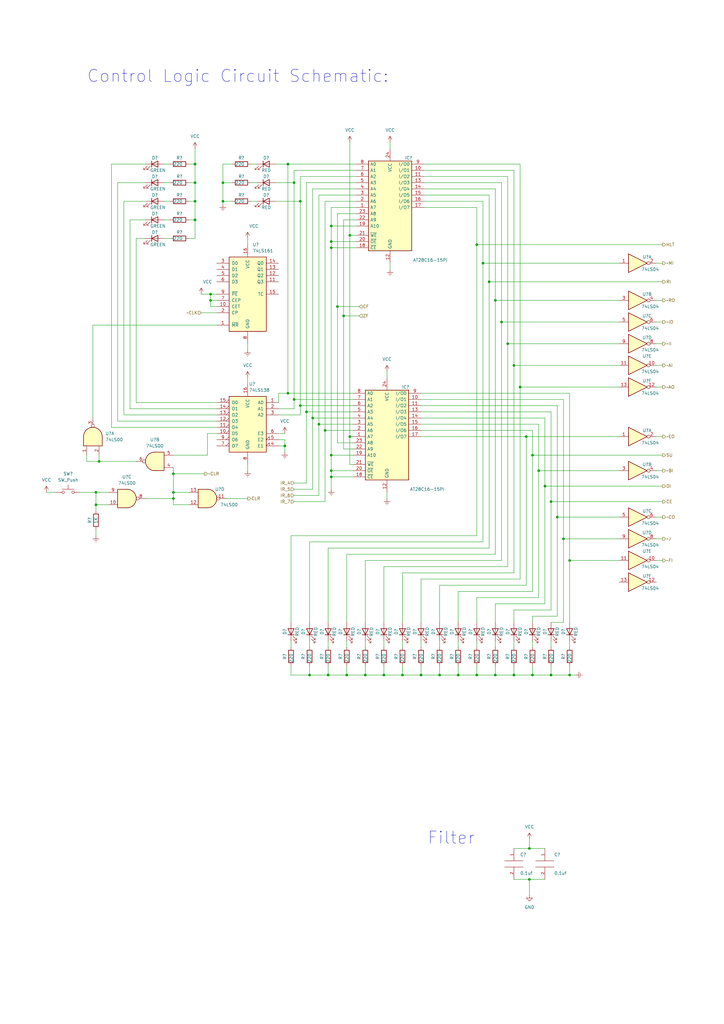
<source format=kicad_sch>
(kicad_sch (version 20211123) (generator eeschema)
  (paper "A3" portrait)
  (junction (at 71.12 194.31))
  (junction (at 133.35 176.53))
  (junction (at 231.14 220.98))
  (junction (at 218.44 186.69))
  (junction (at 165.1 276.86))
  (junction (at 135.89 186.69))
  (junction (at 203.2 276.86))
  (junction (at 118.11 161.29))
  (junction (at 135.89 193.04))
  (junction (at 220.98 193.04))
  (junction (at 149.86 276.86))
  (junction (at 217.17 347.98))
  (junction (at 198.12 107.95))
  (junction (at 135.89 99.06))
  (junction (at 123.19 82.55))
  (junction (at 128.27 171.45))
  (junction (at 86.36 123.19))
  (junction (at 226.06 276.86))
  (junction (at 223.52 199.39))
  (junction (at 120.65 74.93))
  (junction (at 210.82 276.86))
  (junction (at 210.82 149.86))
  (junction (at 195.58 276.86))
  (junction (at 120.65 163.83))
  (junction (at 195.58 100.33))
  (junction (at 135.89 92.71))
  (junction (at 116.84 182.88))
  (junction (at 127 276.86))
  (junction (at 134.62 276.86))
  (junction (at 135.89 101.6))
  (junction (at 228.6 212.09))
  (junction (at 180.34 276.86))
  (junction (at 39.37 201.93))
  (junction (at 123.19 166.37))
  (junction (at 80.01 90.17))
  (junction (at 200.66 115.57))
  (junction (at 217.17 360.68))
  (junction (at 80.01 82.55))
  (junction (at 40.64 189.23))
  (junction (at 39.37 207.01))
  (junction (at 125.73 168.91))
  (junction (at 143.51 96.52))
  (junction (at 135.89 195.58))
  (junction (at 203.2 123.19))
  (junction (at 80.01 74.93))
  (junction (at 215.9 179.07))
  (junction (at 118.11 67.31))
  (junction (at 218.44 276.86))
  (junction (at 80.01 67.31))
  (junction (at 91.44 74.93))
  (junction (at 140.97 129.54))
  (junction (at 91.44 82.55))
  (junction (at 142.24 276.86))
  (junction (at 205.74 132.08))
  (junction (at 71.12 204.47))
  (junction (at 143.51 179.07))
  (junction (at 213.36 158.75))
  (junction (at 157.48 276.86))
  (junction (at 226.06 205.74))
  (junction (at 130.81 173.99))
  (junction (at 208.28 140.97))
  (junction (at 233.68 276.86))
  (junction (at 172.72 276.86))
  (junction (at 233.68 229.87))
  (junction (at 86.36 120.65))
  (junction (at 187.96 276.86))
  (junction (at 71.12 201.93))
  (junction (at 138.43 125.73))
  (wire (pts (xy 91.44 67.31) (xy 91.44 74.93)))
  (wire (pts (xy 149.86 265.43) (xy 149.86 262.89)))
  (wire (pts (xy 160.02 110.49) (xy 160.02 107.95)))
  (wire (pts (xy 71.12 201.93) (xy 77.47 201.93)))
  (wire (pts (xy 203.2 227.33) (xy 142.24 227.33)))
  (wire (pts (xy 226.06 276.86) (xy 233.68 276.86)))
  (wire (pts (xy 133.35 176.53) (xy 144.78 176.53)))
  (wire (pts (xy 80.01 60.96) (xy 80.01 67.31)))
  (wire (pts (xy 208.28 140.97) (xy 208.28 232.41)))
  (wire (pts (xy 80.01 82.55) (xy 80.01 74.93)))
  (wire (pts (xy 140.97 184.15) (xy 140.97 129.54)))
  (wire (pts (xy 118.11 67.31) (xy 146.05 67.31)))
  (wire (pts (xy 180.34 265.43) (xy 180.34 262.89)))
  (wire (pts (xy 271.78 132.08) (xy 269.24 132.08)))
  (wire (pts (xy 140.97 90.17) (xy 146.05 90.17)))
  (wire (pts (xy 120.65 198.12) (xy 125.73 198.12)))
  (wire (pts (xy 157.48 265.43) (xy 157.48 262.89)))
  (wire (pts (xy 218.44 242.57) (xy 187.96 242.57)))
  (wire (pts (xy 165.1 273.05) (xy 165.1 276.86)))
  (wire (pts (xy 233.68 161.29) (xy 233.68 229.87)))
  (wire (pts (xy 271.78 123.19) (xy 269.24 123.19)))
  (wire (pts (xy 172.72 276.86) (xy 180.34 276.86)))
  (wire (pts (xy 195.58 219.71) (xy 119.38 219.71)))
  (wire (pts (xy 120.65 205.74) (xy 133.35 205.74)))
  (wire (pts (xy 144.78 173.99) (xy 130.81 173.99)))
  (wire (pts (xy 165.1 234.95) (xy 165.1 255.27)))
  (wire (pts (xy 208.28 72.39) (xy 208.28 140.97)))
  (wire (pts (xy 69.85 82.55) (xy 67.31 82.55)))
  (wire (pts (xy 92.71 204.47) (xy 101.6 204.47)))
  (wire (pts (xy 69.85 90.17) (xy 67.31 90.17)))
  (wire (pts (xy 135.89 101.6) (xy 135.89 186.69)))
  (wire (pts (xy 45.72 175.26) (xy 88.9 175.26)))
  (wire (pts (xy 217.17 360.68) (xy 223.52 360.68)))
  (wire (pts (xy 195.58 245.11) (xy 195.58 255.27)))
  (wire (pts (xy 165.1 276.86) (xy 172.72 276.86)))
  (wire (pts (xy 231.14 255.27) (xy 226.06 255.27)))
  (wire (pts (xy 38.1 133.35) (xy 38.1 171.45)))
  (wire (pts (xy 172.72 273.05) (xy 172.72 276.86)))
  (wire (pts (xy 158.75 152.4) (xy 158.75 154.94)))
  (wire (pts (xy 146.05 101.6) (xy 135.89 101.6)))
  (wire (pts (xy 130.81 203.2) (xy 130.81 173.99)))
  (wire (pts (xy 77.47 82.55) (xy 80.01 82.55)))
  (wire (pts (xy 271.78 220.98) (xy 269.24 220.98)))
  (wire (pts (xy 123.19 72.39) (xy 123.19 82.55)))
  (wire (pts (xy 120.65 74.93) (xy 120.65 163.83)))
  (wire (pts (xy 220.98 245.11) (xy 195.58 245.11)))
  (wire (pts (xy 71.12 201.93) (xy 71.12 204.47)))
  (wire (pts (xy 226.06 250.19) (xy 210.82 250.19)))
  (wire (pts (xy 125.73 168.91) (xy 125.73 74.93)))
  (wire (pts (xy 130.81 80.01) (xy 146.05 80.01)))
  (wire (pts (xy 187.96 265.43) (xy 187.96 262.89)))
  (wire (pts (xy 180.34 240.03) (xy 180.34 255.27)))
  (wire (pts (xy 55.88 165.1) (xy 88.9 165.1)))
  (wire (pts (xy 271.78 179.07) (xy 269.24 179.07)))
  (wire (pts (xy 40.64 189.23) (xy 55.88 189.23)))
  (wire (pts (xy 187.96 276.86) (xy 195.58 276.86)))
  (wire (pts (xy 135.89 85.09) (xy 146.05 85.09)))
  (wire (pts (xy 114.3 165.1) (xy 114.3 161.29)))
  (wire (pts (xy 217.17 344.17) (xy 217.17 347.98)))
  (wire (pts (xy 85.09 186.69) (xy 71.12 186.69)))
  (wire (pts (xy 86.36 120.65) (xy 88.9 120.65)))
  (wire (pts (xy 135.89 92.71) (xy 135.89 99.06)))
  (wire (pts (xy 142.24 273.05) (xy 142.24 276.86)))
  (wire (pts (xy 142.24 276.86) (xy 149.86 276.86)))
  (wire (pts (xy 120.65 69.85) (xy 146.05 69.85)))
  (wire (pts (xy 271.78 229.87) (xy 269.24 229.87)))
  (wire (pts (xy 48.26 172.72) (xy 88.9 172.72)))
  (wire (pts (xy 218.44 265.43) (xy 218.44 262.89)))
  (wire (pts (xy 172.72 265.43) (xy 172.72 262.89)))
  (wire (pts (xy 195.58 100.33) (xy 271.78 100.33)))
  (wire (pts (xy 50.8 170.18) (xy 50.8 82.55)))
  (wire (pts (xy 59.69 74.93) (xy 48.26 74.93)))
  (wire (pts (xy 254 123.19) (xy 203.2 123.19)))
  (wire (pts (xy 203.2 273.05) (xy 203.2 276.86)))
  (wire (pts (xy 80.01 74.93) (xy 77.47 74.93)))
  (wire (pts (xy 125.73 198.12) (xy 125.73 168.91)))
  (wire (pts (xy 48.26 74.93) (xy 48.26 172.72)))
  (wire (pts (xy 205.74 132.08) (xy 205.74 229.87)))
  (wire (pts (xy 172.72 237.49) (xy 172.72 255.27)))
  (wire (pts (xy 205.74 74.93) (xy 205.74 132.08)))
  (wire (pts (xy 114.3 177.8) (xy 116.84 177.8)))
  (wire (pts (xy 254 158.75) (xy 213.36 158.75)))
  (wire (pts (xy 55.88 97.79) (xy 55.88 165.1)))
  (wire (pts (xy 210.82 69.85) (xy 210.82 149.86)))
  (wire (pts (xy 118.11 67.31) (xy 118.11 161.29)))
  (wire (pts (xy 69.85 97.79) (xy 67.31 97.79)))
  (wire (pts (xy 144.78 161.29) (xy 118.11 161.29)))
  (wire (pts (xy 135.89 99.06) (xy 146.05 99.06)))
  (wire (pts (xy 187.96 273.05) (xy 187.96 276.86)))
  (wire (pts (xy 213.36 158.75) (xy 213.36 237.49)))
  (wire (pts (xy 101.6 97.79) (xy 101.6 100.33)))
  (wire (pts (xy 128.27 200.66) (xy 128.27 171.45)))
  (wire (pts (xy 53.34 167.64) (xy 88.9 167.64)))
  (wire (pts (xy 127 276.86) (xy 134.62 276.86)))
  (wire (pts (xy 220.98 173.99) (xy 220.98 193.04)))
  (wire (pts (xy 146.05 96.52) (xy 143.51 96.52)))
  (wire (pts (xy 59.69 90.17) (xy 53.34 90.17)))
  (wire (pts (xy 223.52 171.45) (xy 223.52 199.39)))
  (wire (pts (xy 50.8 82.55) (xy 59.69 82.55)))
  (wire (pts (xy 77.47 97.79) (xy 80.01 97.79)))
  (wire (pts (xy 198.12 82.55) (xy 198.12 107.95)))
  (wire (pts (xy 130.81 173.99) (xy 130.81 80.01)))
  (wire (pts (xy 173.99 67.31) (xy 213.36 67.31)))
  (wire (pts (xy 208.28 232.41) (xy 157.48 232.41)))
  (wire (pts (xy 165.1 265.43) (xy 165.1 262.89)))
  (wire (pts (xy 198.12 222.25) (xy 127 222.25)))
  (wire (pts (xy 135.89 99.06) (xy 135.89 101.6)))
  (wire (pts (xy 123.19 82.55) (xy 123.19 166.37)))
  (wire (pts (xy 271.78 140.97) (xy 269.24 140.97)))
  (wire (pts (xy 59.69 204.47) (xy 71.12 204.47)))
  (wire (pts (xy 45.72 67.31) (xy 45.72 175.26)))
  (wire (pts (xy 172.72 166.37) (xy 228.6 166.37)))
  (wire (pts (xy 210.82 250.19) (xy 210.82 255.27)))
  (wire (pts (xy 218.44 176.53) (xy 218.44 186.69)))
  (wire (pts (xy 39.37 219.71) (xy 39.37 217.17)))
  (wire (pts (xy 200.66 224.79) (xy 134.62 224.79)))
  (wire (pts (xy 142.24 227.33) (xy 142.24 255.27)))
  (wire (pts (xy 33.02 201.93) (xy 39.37 201.93)))
  (wire (pts (xy 135.89 85.09) (xy 135.89 92.71)))
  (wire (pts (xy 195.58 265.43) (xy 195.58 262.89)))
  (wire (pts (xy 138.43 125.73) (xy 138.43 181.61)))
  (wire (pts (xy 144.78 184.15) (xy 140.97 184.15)))
  (wire (pts (xy 149.86 229.87) (xy 149.86 255.27)))
  (wire (pts (xy 119.38 276.86) (xy 127 276.86)))
  (wire (pts (xy 82.55 128.27) (xy 88.9 128.27)))
  (wire (pts (xy 71.12 194.31) (xy 71.12 201.93)))
  (wire (pts (xy 143.51 96.52) (xy 143.51 179.07)))
  (wire (pts (xy 144.78 168.91) (xy 125.73 168.91)))
  (wire (pts (xy 113.03 82.55) (xy 123.19 82.55)))
  (wire (pts (xy 135.89 186.69) (xy 144.78 186.69)))
  (wire (pts (xy 95.25 67.31) (xy 91.44 67.31)))
  (wire (pts (xy 102.87 74.93) (xy 105.41 74.93)))
  (wire (pts (xy 114.3 170.18) (xy 123.19 170.18)))
  (wire (pts (xy 82.55 120.65) (xy 86.36 120.65)))
  (wire (pts (xy 101.6 193.04) (xy 101.6 190.5)))
  (wire (pts (xy 172.72 176.53) (xy 218.44 176.53)))
  (wire (pts (xy 220.98 193.04) (xy 220.98 245.11)))
  (wire (pts (xy 114.3 167.64) (xy 120.65 167.64)))
  (wire (pts (xy 157.48 276.86) (xy 165.1 276.86)))
  (wire (pts (xy 213.36 67.31) (xy 213.36 158.75)))
  (wire (pts (xy 228.6 252.73) (xy 218.44 252.73)))
  (wire (pts (xy 203.2 247.65) (xy 203.2 255.27)))
  (wire (pts (xy 173.99 69.85) (xy 210.82 69.85)))
  (wire (pts (xy 113.03 74.93) (xy 120.65 74.93)))
  (wire (pts (xy 39.37 201.93) (xy 44.45 201.93)))
  (wire (pts (xy 80.01 67.31) (xy 77.47 67.31)))
  (wire (pts (xy 172.72 173.99) (xy 220.98 173.99)))
  (wire (pts (xy 144.78 166.37) (xy 123.19 166.37)))
  (wire (pts (xy 254 140.97) (xy 208.28 140.97)))
  (wire (pts (xy 127 222.25) (xy 127 255.27)))
  (wire (pts (xy 210.82 360.68) (xy 217.17 360.68)))
  (wire (pts (xy 195.58 85.09) (xy 195.58 100.33)))
  (wire (pts (xy 143.51 179.07) (xy 144.78 179.07)))
  (wire (pts (xy 53.34 90.17) (xy 53.34 167.64)))
  (wire (pts (xy 85.09 177.8) (xy 85.09 186.69)))
  (wire (pts (xy 116.84 185.42) (xy 116.84 182.88)))
  (wire (pts (xy 233.68 273.05) (xy 233.68 276.86)))
  (wire (pts (xy 134.62 273.05) (xy 134.62 276.86)))
  (wire (pts (xy 271.78 186.69) (xy 218.44 186.69)))
  (wire (pts (xy 120.65 167.64) (xy 120.65 163.83)))
  (wire (pts (xy 142.24 265.43) (xy 142.24 262.89)))
  (wire (pts (xy 88.9 177.8) (xy 85.09 177.8)))
  (wire (pts (xy 157.48 232.41) (xy 157.48 255.27)))
  (wire (pts (xy 231.14 163.83) (xy 231.14 220.98)))
  (wire (pts (xy 86.36 125.73) (xy 86.36 123.19)))
  (wire (pts (xy 135.89 200.66) (xy 135.89 195.58)))
  (wire (pts (xy 173.99 80.01) (xy 200.66 80.01)))
  (wire (pts (xy 228.6 166.37) (xy 228.6 212.09)))
  (wire (pts (xy 135.89 186.69) (xy 135.89 193.04)))
  (wire (pts (xy 173.99 72.39) (xy 208.28 72.39)))
  (wire (pts (xy 86.36 120.65) (xy 86.36 123.19)))
  (wire (pts (xy 146.05 77.47) (xy 128.27 77.47)))
  (wire (pts (xy 35.56 189.23) (xy 40.64 189.23)))
  (wire (pts (xy 114.3 161.29) (xy 118.11 161.29)))
  (wire (pts (xy 205.74 132.08) (xy 254 132.08)))
  (wire (pts (xy 39.37 207.01) (xy 39.37 201.93)))
  (wire (pts (xy 160.02 58.42) (xy 160.02 60.96)))
  (wire (pts (xy 218.44 186.69) (xy 218.44 242.57)))
  (wire (pts (xy 149.86 273.05) (xy 149.86 276.86)))
  (wire (pts (xy 88.9 125.73) (xy 86.36 125.73)))
  (wire (pts (xy 91.44 82.55) (xy 91.44 83.82)))
  (wire (pts (xy 102.87 82.55) (xy 105.41 82.55)))
  (wire (pts (xy 271.78 107.95) (xy 269.24 107.95)))
  (wire (pts (xy 215.9 179.07) (xy 254 179.07)))
  (wire (pts (xy 144.78 195.58) (xy 135.89 195.58)))
  (wire (pts (xy 217.17 360.68) (xy 217.17 367.03)))
  (wire (pts (xy 140.97 129.54) (xy 147.32 129.54)))
  (wire (pts (xy 101.6 143.51) (xy 101.6 140.97)))
  (wire (pts (xy 69.85 67.31) (xy 67.31 67.31)))
  (wire (pts (xy 172.72 179.07) (xy 215.9 179.07)))
  (wire (pts (xy 88.9 170.18) (xy 50.8 170.18)))
  (wire (pts (xy 210.82 234.95) (xy 165.1 234.95)))
  (wire (pts (xy 254 229.87) (xy 233.68 229.87)))
  (wire (pts (xy 80.01 90.17) (xy 80.01 82.55)))
  (wire (pts (xy 271.78 158.75) (xy 269.24 158.75)))
  (wire (pts (xy 59.69 67.31) (xy 45.72 67.31)))
  (wire (pts (xy 254 193.04) (xy 220.98 193.04)))
  (wire (pts (xy 187.96 242.57) (xy 187.96 255.27)))
  (wire (pts (xy 40.64 186.69) (xy 40.64 189.23)))
  (wire (pts (xy 88.9 133.35) (xy 38.1 133.35)))
  (wire (pts (xy 119.38 219.71) (xy 119.38 255.27)))
  (wire (pts (xy 173.99 85.09) (xy 195.58 85.09)))
  (wire (pts (xy 223.52 199.39) (xy 223.52 247.65)))
  (wire (pts (xy 116.84 180.34) (xy 116.84 182.88)))
  (wire (pts (xy 233.68 276.86) (xy 236.22 276.86)))
  (wire (pts (xy 138.43 87.63) (xy 146.05 87.63)))
  (wire (pts (xy 144.78 181.61) (xy 138.43 181.61)))
  (wire (pts (xy 69.85 74.93) (xy 67.31 74.93)))
  (wire (pts (xy 135.89 193.04) (xy 144.78 193.04)))
  (wire (pts (xy 119.38 273.05) (xy 119.38 276.86)))
  (wire (pts (xy 195.58 100.33) (xy 195.58 219.71)))
  (wire (pts (xy 95.25 74.93) (xy 91.44 74.93)))
  (wire (pts (xy 138.43 87.63) (xy 138.43 125.73)))
  (wire (pts (xy 173.99 74.93) (xy 205.74 74.93)))
  (wire (pts (xy 226.06 273.05) (xy 226.06 276.86)))
  (wire (pts (xy 125.73 74.93) (xy 146.05 74.93)))
  (wire (pts (xy 143.51 179.07) (xy 143.51 190.5)))
  (wire (pts (xy 102.87 67.31) (xy 105.41 67.31)))
  (wire (pts (xy 172.72 161.29) (xy 233.68 161.29)))
  (wire (pts (xy 71.12 204.47) (xy 71.12 207.01)))
  (wire (pts (xy 44.45 207.01) (xy 39.37 207.01)))
  (wire (pts (xy 271.78 205.74) (xy 226.06 205.74)))
  (wire (pts (xy 172.72 171.45) (xy 223.52 171.45)))
  (wire (pts (xy 91.44 74.93) (xy 91.44 82.55)))
  (wire (pts (xy 180.34 273.05) (xy 180.34 276.86)))
  (wire (pts (xy 210.82 149.86) (xy 254 149.86)))
  (wire (pts (xy 140.97 129.54) (xy 140.97 90.17)))
  (wire (pts (xy 127 273.05) (xy 127 276.86)))
  (wire (pts (xy 128.27 77.47) (xy 128.27 171.45)))
  (wire (pts (xy 123.19 72.39) (xy 146.05 72.39)))
  (wire (pts (xy 200.66 115.57) (xy 200.66 224.79)))
  (wire (pts (xy 158.75 204.47) (xy 158.75 201.93)))
  (wire (pts (xy 80.01 97.79) (xy 80.01 90.17)))
  (wire (pts (xy 123.19 170.18) (xy 123.19 166.37)))
  (wire (pts (xy 218.44 276.86) (xy 226.06 276.86)))
  (wire (pts (xy 134.62 265.43) (xy 134.62 262.89)))
  (wire (pts (xy 119.38 265.43) (xy 119.38 262.89)))
  (wire (pts (xy 195.58 276.86) (xy 203.2 276.86)))
  (wire (pts (xy 271.78 212.09) (xy 269.24 212.09)))
  (wire (pts (xy 226.06 265.43) (xy 226.06 262.89)))
  (wire (pts (xy 198.12 107.95) (xy 198.12 222.25)))
  (wire (pts (xy 223.52 347.98) (xy 217.17 347.98)))
  (wire (pts (xy 39.37 207.01) (xy 39.37 209.55)))
  (wire (pts (xy 133.35 82.55) (xy 133.35 176.53)))
  (wire (pts (xy 35.56 186.69) (xy 35.56 189.23)))
  (wire (pts (xy 157.48 273.05) (xy 157.48 276.86)))
  (wire (pts (xy 128.27 171.45) (xy 144.78 171.45)))
  (wire (pts (xy 144.78 190.5) (xy 143.51 190.5)))
  (wire (pts (xy 271.78 149.86) (xy 269.24 149.86)))
  (wire (pts (xy 101.6 154.94) (xy 101.6 157.48)))
  (wire (pts (xy 133.35 205.74) (xy 133.35 176.53)))
  (wire (pts (xy 210.82 276.86) (xy 218.44 276.86)))
  (wire (pts (xy 146.05 92.71) (xy 135.89 92.71)))
  (wire (pts (xy 226.06 168.91) (xy 226.06 205.74)))
  (wire (pts (xy 134.62 276.86) (xy 142.24 276.86)))
  (wire (pts (xy 120.65 200.66) (xy 128.27 200.66)))
  (wire (pts (xy 254 212.09) (xy 228.6 212.09)))
  (wire (pts (xy 218.44 252.73) (xy 218.44 255.27)))
  (wire (pts (xy 203.2 123.19) (xy 203.2 227.33)))
  (wire (pts (xy 231.14 220.98) (xy 231.14 255.27)))
  (wire (pts (xy 120.65 69.85) (xy 120.65 74.93)))
  (wire (pts (xy 205.74 229.87) (xy 149.86 229.87)))
  (wire (pts (xy 147.32 125.73) (xy 138.43 125.73)))
  (wire (pts (xy 88.9 123.19) (xy 86.36 123.19)))
  (wire (pts (xy 210.82 273.05) (xy 210.82 276.86)))
  (wire (pts (xy 203.2 265.43) (xy 203.2 262.89)))
  (wire (pts (xy 254 107.95) (xy 198.12 107.95)))
  (wire (pts (xy 116.84 182.88) (xy 114.3 182.88)))
  (wire (pts (xy 149.86 276.86) (xy 157.48 276.86)))
  (wire (pts (xy 71.12 194.31) (xy 83.82 194.31)))
  (wire (pts (xy 254 220.98) (xy 231.14 220.98)))
  (wire (pts (xy 127 265.43) (xy 127 262.89)))
  (wire (pts (xy 217.17 347.98) (xy 210.82 347.98)))
  (wire (pts (xy 218.44 273.05) (xy 218.44 276.86)))
  (wire (pts (xy 172.72 163.83) (xy 231.14 163.83)))
  (wire (pts (xy 146.05 82.55) (xy 133.35 82.55)))
  (wire (pts (xy 77.47 90.17) (xy 80.01 90.17)))
  (wire (pts (xy 233.68 229.87) (xy 233.68 255.27)))
  (wire (pts (xy 114.3 180.34) (xy 116.84 180.34)))
  (wire (pts (xy 120.65 203.2) (xy 130.81 203.2)))
  (wire (pts (xy 195.58 273.05) (xy 195.58 276.86)))
  (wire (pts (xy 203.2 276.86) (xy 210.82 276.86)))
  (wire (pts (xy 215.9 240.03) (xy 180.34 240.03)))
  (wire (pts (xy 134.62 224.79) (xy 134.62 255.27)))
  (wire (pts (xy 80.01 67.31) (xy 80.01 74.93)))
  (wire (pts (xy 213.36 237.49) (xy 172.72 237.49)))
  (wire (pts (xy 180.34 276.86) (xy 187.96 276.86)))
  (wire (pts (xy 173.99 77.47) (xy 203.2 77.47)))
  (wire (pts (xy 173.99 82.55) (xy 198.12 82.55)))
  (wire (pts (xy 71.12 191.77) (xy 71.12 194.31)))
  (wire (pts (xy 210.82 265.43) (xy 210.82 262.89)))
  (wire (pts (xy 200.66 80.01) (xy 200.66 115.57)))
  (wire (pts (xy 135.89 195.58) (xy 135.89 193.04)))
  (wire (pts (xy 215.9 179.07) (xy 215.9 240.03)))
  (wire (pts (xy 223.52 247.65) (xy 203.2 247.65)))
  (wire (pts (xy 210.82 149.86) (xy 210.82 234.95)))
  (wire (pts (xy 271.78 193.04) (xy 269.24 193.04)))
  (wire (pts (xy 59.69 97.79) (xy 55.88 97.79)))
  (wire (pts (xy 233.68 265.43) (xy 233.68 262.89)))
  (wire (pts (xy 95.25 82.55) (xy 91.44 82.55)))
  (wire (pts (xy 172.72 168.91) (xy 226.06 168.91)))
  (wire (pts (xy 200.66 115.57) (xy 271.78 115.57)))
  (wire (pts (xy 271.78 199.39) (xy 223.52 199.39)))
  (wire (pts (xy 113.03 67.31) (xy 118.11 67.31)))
  (wire (pts (xy 226.06 205.74) (xy 226.06 250.19)))
  (wire (pts (xy 144.78 163.83) (xy 120.65 163.83)))
  (wire (pts (xy 203.2 77.47) (xy 203.2 123.19)))
  (wire (pts (xy 228.6 212.09) (xy 228.6 252.73)))
  (wire (pts (xy 71.12 207.01) (xy 77.47 207.01)))
  (wire (pts (xy 143.51 58.42) (xy 143.51 96.52)))
  (wire (pts (xy 19.05 201.93) (xy 22.86 201.93)))
  (text "Control Logic Circuit Schematic:" (at 35.56 34.29 0) (effects (font (size 5 5)) (justify left bottom)))
  (text "Filter" (at 175.26 346.71 0) (effects (font (size 5 5)) (justify left bottom)))
  (hierarchical_label "~J" (shape output) (at 271.78 220.98 0))
  (hierarchical_label "~IO" (shape output) (at 271.78 132.08 0))
  (hierarchical_label "RI" (shape output) (at 271.78 115.57 0))
  (hierarchical_label "ZF" (shape input) (at 147.32 129.54 0))
  (hierarchical_label "~FI" (shape output) (at 271.78 229.87 0))
  (hierarchical_label "OI" (shape output) (at 271.78 199.39 0))
  (hierarchical_label "~II" (shape output) (at 271.78 140.97 0))
  (hierarchical_label "~MI" (shape output) (at 271.78 107.95 0))
  (hierarchical_label "IR_6" (shape input) (at 120.65 203.2 180))
  (hierarchical_label "SU" (shape output) (at 271.78 186.69 0))
  (hierarchical_label "~AO" (shape output) (at 271.78 158.75 0))
  (hierarchical_label "~CLK" (shape input) (at 82.55 128.27 180))
  (hierarchical_label "CE" (shape output) (at 271.78 205.74 0))
  (hierarchical_label "IR_5" (shape input) (at 120.65 200.66 180))
  (hierarchical_label "~CLR" (shape output) (at 83.82 194.31 0))
  (hierarchical_label "~RO" (shape output) (at 271.78 123.19 0))
  (hierarchical_label "IR_7" (shape input) (at 120.65 205.74 180))
  (hierarchical_label "CF" (shape input) (at 147.32 125.73 0))
  (hierarchical_label "~BI" (shape output) (at 271.78 193.04 0))
  (hierarchical_label "HLT" (shape output) (at 271.78 100.33 0))
  (hierarchical_label "~EO" (shape output) (at 271.78 179.07 0))
  (hierarchical_label "CLR" (shape output) (at 101.6 204.47 0))
  (hierarchical_label "~CO" (shape output) (at 271.78 212.09 0))
  (hierarchical_label "~AI" (shape output) (at 271.78 149.86 0))
  (hierarchical_label "IR_4" (shape input) (at 120.65 198.12 180))
  (symbol (lib_id "Device:R") (at 195.58 269.24 180) (unit 1)
    (property "Reference" "R?" (at 193.04 267.97 90) (effects (justify left)))
    (property "Value" "220" (at 195.58 267.97 90) (effects (justify left)))
    (property "Footprint" "Resistor_THT:R_Axial_DIN0204_L3.6mm_D1.6mm_P5.08mm_Horizontal" (effects hide))
  )
  (symbol (lib_id "Device:LED") (at 63.5 67.31 0) (unit 1)
    (property "Reference" "D?" (at 63.5 64.77 0))
    (property "Value" "GREEN" (at 64.77 69.85 0))
    (property "Footprint" "LED_THT:LED_D3.0mm_Horizontal_O3.81mm_Z10.0mm" (effects hide))
  )
  (symbol (lib_id "Device:R") (at 142.24 269.24 180) (unit 1)
    (property "Reference" "R?" (at 139.7 267.97 90) (effects (justify left)))
    (property "Value" "220" (at 142.24 267.97 90) (effects (justify left)))
    (property "Footprint" "Resistor_THT:R_Axial_DIN0204_L3.6mm_D1.6mm_P5.08mm_Horizontal" (effects hide))
  )
  (symbol (lib_id "Device:R") (at 73.66 82.55 90) (unit 1)
    (property "Reference" "R?" (at 74.93 80.01 90) (effects (justify left)))
    (property "Value" "220" (at 74.93 82.55 90) (effects (justify left)))
    (property "Footprint" "Resistor_THT:R_Axial_DIN0204_L3.6mm_D1.6mm_P5.08mm_Horizontal" (effects hide))
  )
  (symbol (lib_id "74xx:74LS04") (at 261.62 107.95 0) (unit 1)
    (property "Reference" "U?" (at 265.43 105.41 0))
    (property "Value" "74LS04" (at 266.7 110.49 0))
    (property "Footprint" "Package_DIP:DIP-14_W7.62mm" (effects hide))
    (property "Datasheet" "http://www.ti.com/lit/gpn/sn74LS04" (effects hide))
  )
  (symbol (lib_id "power:VCC") (at 160.02 58.42 0) (unit 1)
    (property "Reference" "#PWR?" (effects hide))
    (property "Value" "VCC" (at 160.02 53.34 0))
  )
  (symbol (lib_id "SamacSys_Parts:AT28C16-15PI") (at 167.64 162.56 0) (unit 1)
    (property "Reference" "IC?" (at 166.37 158.75 0))
    (property "Value" "AT28C16-15PI" (at 175.26 200.66 0))
    (property "Footprint" "DIP1550W56P254L3190H559Q24N" (effects hide))
    (property "Datasheet" "http://www.atmel.com/Images/doc0540.pdf" (effects hide))
    (property "Description" "IC EEPROM 16KBIT PARALLEL 24DIP" (effects hide))
    (property "Height" "5.59" (effects hide))
    (property "Manufacturer_Name" "Microchip" (effects hide))
    (property "Manufacturer_Part_Number" "AT28C16-15PI" (effects hide))
    (property "Mouser Part Number" "556-AT28C16-15PI" (effects hide))
    (property "Mouser Price/Stock" "https://www.mouser.co.uk/ProductDetail/Microchip-Technology/AT28C16-15PI?qs=fKsNvYl5pt%2Fz337gbIaSxA%3D%3D" (effects hide))
  )
  (symbol (lib_id "74xx:74LS00") (at 52.07 204.47 0) (unit 3)
    (property "Reference" "U?" (at 52.07 195.58 0))
    (property "Value" "74LS00" (at 52.07 198.12 0))
    (property "Footprint" "Package_DIP:DIP-14_W7.62mm" (effects hide))
    (property "Datasheet" "http://www.ti.com/lit/gpn/sn74ls00" (effects hide))
  )
  (symbol (lib_id "Device:R") (at 73.66 67.31 90) (unit 1)
    (property "Reference" "R?" (at 74.93 64.77 90) (effects (justify left)))
    (property "Value" "220" (at 74.93 67.31 90) (effects (justify left)))
    (property "Footprint" "Resistor_THT:R_Axial_DIN0204_L3.6mm_D1.6mm_P5.08mm_Horizontal" (effects hide))
  )
  (symbol (lib_id "Device:LED") (at 165.1 259.08 90) (unit 1)
    (property "Reference" "D?" (at 162.56 259.08 0))
    (property "Value" "RED" (at 167.64 259.08 0))
    (property "Footprint" "LED_THT:LED_D3.0mm_Horizontal_O3.81mm_Z10.0mm" (effects hide))
  )
  (symbol (lib_id "Device:LED") (at 109.22 82.55 0) (unit 1)
    (property "Reference" "D?" (at 109.22 80.01 0))
    (property "Value" "RED" (at 109.22 85.09 0))
    (property "Footprint" "LED_THT:LED_D3.0mm_Horizontal_O3.81mm_Z10.0mm" (effects hide))
  )
  (symbol (lib_id "Switch:SW_Push") (at 27.94 201.93 0) (unit 1)
    (property "Reference" "SW?" (at 27.94 194.31 0))
    (property "Value" "SW_Push" (at 27.94 196.85 0))
    (property "Footprint" "Button_Switch_THT:SW_PUSH_6mm" (effects hide))
  )
  (symbol (lib_id "74xx:74LS04") (at 261.62 193.04 0) (unit 2)
    (property "Reference" "U?" (at 265.43 190.5 0))
    (property "Value" "74LS04" (at 266.7 195.58 0))
    (property "Footprint" "Package_DIP:DIP-14_W7.62mm" (effects hide))
    (property "Datasheet" "http://www.ti.com/lit/gpn/sn74LS04" (effects hide))
  )
  (symbol (lib_id "Device:R") (at 99.06 82.55 90) (unit 1)
    (property "Reference" "R?" (at 100.33 80.01 90) (effects (justify left)))
    (property "Value" "220" (at 100.33 82.55 90) (effects (justify left)))
    (property "Footprint" "Resistor_THT:R_Axial_DIN0204_L3.6mm_D1.6mm_P5.08mm_Horizontal" (effects hide))
  )
  (symbol (lib_id "74xx:74LS04") (at 261.62 149.86 0) (unit 5)
    (property "Reference" "U?" (at 265.43 146.05 0))
    (property "Value" "74LS04" (at 266.7 152.4 0))
    (property "Footprint" "Package_DIP:DIP-14_W7.62mm" (effects hide))
    (property "Datasheet" "http://www.ti.com/lit/gpn/sn74LS04" (effects hide))
  )
  (symbol (lib_id "Device:LED") (at 119.38 259.08 90) (unit 1)
    (property "Reference" "D?" (at 116.84 259.08 0))
    (property "Value" "RED" (at 121.92 259.08 0))
    (property "Footprint" "LED_THT:LED_D3.0mm_Horizontal_O3.81mm_Z10.0mm" (effects hide))
  )
  (symbol (lib_id "Device:R") (at 73.66 90.17 90) (unit 1)
    (property "Reference" "R?" (at 74.93 87.63 90) (effects (justify left)))
    (property "Value" "220" (at 74.93 90.17 90) (effects (justify left)))
    (property "Footprint" "Resistor_THT:R_Axial_DIN0204_L3.6mm_D1.6mm_P5.08mm_Horizontal" (effects hide))
  )
  (symbol (lib_id "Device:R") (at 127 269.24 180) (unit 1)
    (property "Reference" "R?" (at 124.46 267.97 90) (effects (justify left)))
    (property "Value" "220" (at 127 267.97 90) (effects (justify left)))
    (property "Footprint" "Resistor_THT:R_Axial_DIN0204_L3.6mm_D1.6mm_P5.08mm_Horizontal" (effects hide))
  )
  (symbol (lib_id "Device:R") (at 157.48 269.24 180) (unit 1)
    (property "Reference" "R?" (at 154.94 267.97 90) (effects (justify left)))
    (property "Value" "220" (at 157.48 267.97 90) (effects (justify left)))
    (property "Footprint" "Resistor_THT:R_Axial_DIN0204_L3.6mm_D1.6mm_P5.08mm_Horizontal" (effects hide))
  )
  (symbol (lib_id "74xx:74LS04") (at 261.62 158.75 0) (unit 6)
    (property "Reference" "U?" (at 265.43 156.21 0))
    (property "Value" "74LS04" (at 266.7 161.29 0))
    (property "Footprint" "Package_DIP:DIP-14_W7.62mm" (effects hide))
    (property "Datasheet" "http://www.ti.com/lit/gpn/sn74LS04" (effects hide))
  )
  (symbol (lib_id "Device:LED") (at 203.2 259.08 90) (unit 1)
    (property "Reference" "D?" (at 200.66 259.08 0))
    (property "Value" "RED" (at 205.74 259.08 0))
    (property "Footprint" "LED_THT:LED_D3.0mm_Horizontal_O3.81mm_Z10.0mm" (effects hide))
  )
  (symbol (lib_id "Device:LED") (at 180.34 259.08 90) (unit 1)
    (property "Reference" "D?" (at 177.8 259.08 0))
    (property "Value" "RED" (at 182.88 259.08 0))
    (property "Footprint" "LED_THT:LED_D3.0mm_Horizontal_O3.81mm_Z10.0mm" (effects hide))
  )
  (symbol (lib_id "Device:R") (at 187.96 269.24 180) (unit 1)
    (property "Reference" "R?" (at 185.42 267.97 90) (effects (justify left)))
    (property "Value" "220" (at 187.96 267.97 90) (effects (justify left)))
    (property "Footprint" "Resistor_THT:R_Axial_DIN0204_L3.6mm_D1.6mm_P5.08mm_Horizontal" (effects hide))
  )
  (symbol (lib_id "Device:R") (at 99.06 67.31 90) (unit 1)
    (property "Reference" "R?" (at 100.33 64.77 90) (effects (justify left)))
    (property "Value" "220" (at 100.33 67.31 90) (effects (justify left)))
    (property "Footprint" "Resistor_THT:R_Axial_DIN0204_L3.6mm_D1.6mm_P5.08mm_Horizontal" (effects hide))
  )
  (symbol (lib_id "74xx:74LS04") (at 261.62 212.09 0) (unit 3)
    (property "Reference" "U?" (at 265.43 209.55 0))
    (property "Value" "74LS04" (at 266.7 214.63 0))
    (property "Footprint" "Package_DIP:DIP-14_W7.62mm" (effects hide))
    (property "Datasheet" "http://www.ti.com/lit/gpn/sn74LS04" (effects hide))
  )
  (symbol (lib_id "power:VCC") (at 158.75 152.4 0) (unit 1)
    (property "Reference" "#PWR?" (effects hide))
    (property "Value" "VCC" (at 158.75 147.32 0))
  )
  (symbol (lib_id "Device:LED") (at 63.5 74.93 0) (unit 1)
    (property "Reference" "D?" (at 63.5 72.39 0))
    (property "Value" "GREEN" (at 64.77 77.47 0))
    (property "Footprint" "LED_THT:LED_D3.0mm_Horizontal_O3.81mm_Z10.0mm" (effects hide))
  )
  (symbol (lib_id "power:VCC") (at 101.6 154.94 0) (unit 1)
    (property "Reference" "#PWR?" (effects hide))
    (property "Value" "VCC" (at 101.6 149.86 0))
  )
  (symbol (lib_id "power:GND") (at 217.17 367.03 0) (unit 1)
    (property "Reference" "#PWR?" (effects hide))
    (property "Value" "GND" (at 217.17 372.11 0))
  )
  (symbol (lib_id "power:Earth") (at 236.22 276.86 90) (unit 1)
    (property "Reference" "#PWR?" (effects hide))
    (property "Value" "Earth" (effects hide))
  )
  (symbol (lib_id "pspice:CAP") (at 223.52 354.33 0) (unit 1)
    (property "Reference" "C?" (at 227.33 350.52 0) (effects (justify left)))
    (property "Value" "0.1uf" (at 227.33 358.14 0) (effects (justify left)))
    (property "Footprint" "Capacitor_THT:C_Disc_D5.0mm_W2.5mm_P2.50mm" (effects hide))
  )
  (symbol (lib_id "Device:R") (at 99.06 74.93 90) (unit 1)
    (property "Reference" "R?" (at 100.33 72.39 90) (effects (justify left)))
    (property "Value" "220" (at 100.33 74.93 90) (effects (justify left)))
    (property "Footprint" "Resistor_THT:R_Axial_DIN0204_L3.6mm_D1.6mm_P5.08mm_Horizontal" (effects hide))
  )
  (symbol (lib_id "power:VCC") (at 101.6 97.79 0) (unit 1)
    (property "Reference" "#PWR?" (effects hide))
    (property "Value" "VCC" (at 104.14 92.71 0))
  )
  (symbol (lib_id "74xx:74LS00") (at 85.09 204.47 0) (mirror x) (unit 4)
    (property "Reference" "U?" (at 90.17 200.66 0))
    (property "Value" "74LS00" (at 93.98 207.01 0))
    (property "Footprint" "Package_DIP:DIP-14_W7.62mm" (effects hide))
    (property "Datasheet" "http://www.ti.com/lit/gpn/sn74ls00" (effects hide))
  )
  (symbol (lib_id "Device:LED") (at 134.62 259.08 90) (unit 1)
    (property "Reference" "D?" (at 132.08 259.08 0))
    (property "Value" "RED" (at 137.16 259.08 0))
    (property "Footprint" "LED_THT:LED_D3.0mm_Horizontal_O3.81mm_Z10.0mm" (effects hide))
  )
  (symbol (lib_id "74xx:74LS00") (at 63.5 189.23 180) (unit 2)
    (property "Reference" "U?" (at 63.5 180.34 0))
    (property "Value" "74LS00" (at 63.5 182.88 0))
    (property "Footprint" "Package_DIP:DIP-14_W7.62mm" (effects hide))
    (property "Datasheet" "http://www.ti.com/lit/gpn/sn74ls00" (effects hide))
  )
  (symbol (lib_id "SamacSys_Parts:AT28C16-15PI") (at 168.91 68.58 0) (unit 1)
    (property "Reference" "IC?" (at 167.64 64.77 0))
    (property "Value" "AT28C16-15PI" (at 176.53 106.68 0))
    (property "Footprint" "DIP1550W56P254L3190H559Q24N" (effects hide))
    (property "Datasheet" "http://www.atmel.com/Images/doc0540.pdf" (effects hide))
    (property "Description" "IC EEPROM 16KBIT PARALLEL 24DIP" (effects hide))
    (property "Height" "5.59" (effects hide))
    (property "Manufacturer_Name" "Microchip" (effects hide))
    (property "Manufacturer_Part_Number" "AT28C16-15PI" (effects hide))
    (property "Mouser Part Number" "556-AT28C16-15PI" (effects hide))
    (property "Mouser Price/Stock" "https://www.mouser.co.uk/ProductDetail/Microchip-Technology/AT28C16-15PI?qs=fKsNvYl5pt%2Fz337gbIaSxA%3D%3D" (effects hide))
  )
  (symbol (lib_id "Device:R") (at 73.66 97.79 90) (unit 1)
    (property "Reference" "R?" (at 74.93 95.25 90) (effects (justify left)))
    (property "Value" "220" (at 74.93 97.79 90) (effects (justify left)))
    (property "Footprint" "Resistor_THT:R_Axial_DIN0204_L3.6mm_D1.6mm_P5.08mm_Horizontal" (effects hide))
  )
  (symbol (lib_id "Device:LED") (at 187.96 259.08 90) (unit 1)
    (property "Reference" "D?" (at 185.42 259.08 0))
    (property "Value" "RED" (at 190.5 259.08 0))
    (property "Footprint" "LED_THT:LED_D3.0mm_Horizontal_O3.81mm_Z10.0mm" (effects hide))
  )
  (symbol (lib_id "Device:R") (at 165.1 269.24 180) (unit 1)
    (property "Reference" "R?" (at 162.56 267.97 90) (effects (justify left)))
    (property "Value" "220" (at 165.1 267.97 90) (effects (justify left)))
    (property "Footprint" "Resistor_THT:R_Axial_DIN0204_L3.6mm_D1.6mm_P5.08mm_Horizontal" (effects hide))
  )
  (symbol (lib_id "Device:R") (at 226.06 269.24 180) (unit 1)
    (property "Reference" "R?" (at 223.52 267.97 90) (effects (justify left)))
    (property "Value" "220" (at 226.06 267.97 90) (effects (justify left)))
    (property "Footprint" "Resistor_THT:R_Axial_DIN0204_L3.6mm_D1.6mm_P5.08mm_Horizontal" (effects hide))
  )
  (symbol (lib_id "74xx:74LS04") (at 261.62 123.19 0) (unit 2)
    (property "Reference" "U?" (at 265.43 120.65 0))
    (property "Value" "74LS04" (at 266.7 125.73 0))
    (property "Footprint" "Package_DIP:DIP-14_W7.62mm" (effects hide))
    (property "Datasheet" "http://www.ti.com/lit/gpn/sn74LS04" (effects hide))
  )
  (symbol (lib_id "74xx:74LS04") (at 261.62 229.87 0) (unit 5)
    (property "Reference" "U?" (at 265.43 226.06 0))
    (property "Value" "74LS04" (at 266.7 232.41 0))
    (property "Footprint" "Package_DIP:DIP-14_W7.62mm" (effects hide))
    (property "Datasheet" "http://www.ti.com/lit/gpn/sn74LS04" (effects hide))
  )
  (symbol (lib_id "Device:LED") (at 63.5 97.79 0) (unit 1)
    (property "Reference" "D?" (at 63.5 95.25 0))
    (property "Value" "GREEN" (at 64.77 100.33 0))
    (property "Footprint" "LED_THT:LED_D3.0mm_Horizontal_O3.81mm_Z10.0mm" (effects hide))
  )
  (symbol (lib_id "Device:LED") (at 210.82 259.08 90) (unit 1)
    (property "Reference" "D?" (at 208.28 259.08 0))
    (property "Value" "RED" (at 213.36 259.08 0))
    (property "Footprint" "LED_THT:LED_D3.0mm_Horizontal_O3.81mm_Z10.0mm" (effects hide))
  )
  (symbol (lib_id "Device:R") (at 172.72 269.24 180) (unit 1)
    (property "Reference" "R?" (at 170.18 267.97 90) (effects (justify left)))
    (property "Value" "220" (at 172.72 267.97 90) (effects (justify left)))
    (property "Footprint" "Resistor_THT:R_Axial_DIN0204_L3.6mm_D1.6mm_P5.08mm_Horizontal" (effects hide))
  )
  (symbol (lib_id "Device:LED") (at 195.58 259.08 90) (unit 1)
    (property "Reference" "D?" (at 193.04 259.08 0))
    (property "Value" "RED" (at 198.12 259.08 0))
    (property "Footprint" "LED_THT:LED_D3.0mm_Horizontal_O3.81mm_Z10.0mm" (effects hide))
  )
  (symbol (lib_id "Device:R") (at 203.2 269.24 180) (unit 1)
    (property "Reference" "R?" (at 200.66 267.97 90) (effects (justify left)))
    (property "Value" "220" (at 203.2 267.97 90) (effects (justify left)))
    (property "Footprint" "Resistor_THT:R_Axial_DIN0204_L3.6mm_D1.6mm_P5.08mm_Horizontal" (effects hide))
  )
  (symbol (lib_id "Device:R") (at 233.68 269.24 180) (unit 1)
    (property "Reference" "R?" (at 231.14 267.97 90) (effects (justify left)))
    (property "Value" "220" (at 233.68 267.97 90) (effects (justify left)))
    (property "Footprint" "Resistor_THT:R_Axial_DIN0204_L3.6mm_D1.6mm_P5.08mm_Horizontal" (effects hide))
  )
  (symbol (lib_id "power:Earth") (at 116.84 185.42 0) (unit 1)
    (property "Reference" "#PWR?" (effects hide))
    (property "Value" "Earth" (effects hide))
  )
  (symbol (lib_id "Device:LED") (at 109.22 67.31 0) (unit 1)
    (property "Reference" "D?" (at 109.22 64.77 0))
    (property "Value" "RED" (at 109.22 69.85 0))
    (property "Footprint" "LED_THT:LED_D3.0mm_Horizontal_O3.81mm_Z10.0mm" (effects hide))
  )
  (symbol (lib_id "power:VCC") (at 80.01 60.96 0) (unit 1)
    (property "Reference" "#PWR?" (effects hide))
    (property "Value" "VCC" (at 80.01 55.88 0))
  )
  (symbol (lib_id "Device:LED") (at 218.44 259.08 90) (unit 1)
    (property "Reference" "D?" (at 215.9 259.08 0))
    (property "Value" "RED" (at 220.98 259.08 0))
    (property "Footprint" "LED_THT:LED_D3.0mm_Horizontal_O3.81mm_Z10.0mm" (effects hide))
  )
  (symbol (lib_id "power:VCC") (at 116.84 177.8 0) (unit 1)
    (property "Reference" "#PWR?" (effects hide))
    (property "Value" "VCC" (at 116.84 172.72 0))
  )
  (symbol (lib_id "power:Earth") (at 91.44 83.82 0) (unit 1)
    (property "Reference" "#PWR?" (effects hide))
    (property "Value" "Earth" (effects hide))
  )
  (symbol (lib_id "power:VCC") (at 82.55 120.65 0) (unit 1)
    (property "Reference" "#PWR?" (effects hide))
    (property "Value" "VCC" (at 85.09 115.57 0))
  )
  (symbol (lib_id "74xx:74LS04") (at 261.62 238.76 0) (unit 6)
    (property "Reference" "U?" (at 265.43 236.22 0))
    (property "Value" "74LS04" (at 266.7 241.3 0))
    (property "Footprint" "Package_DIP:DIP-14_W7.62mm" (effects hide))
    (property "Datasheet" "http://www.ti.com/lit/gpn/sn74LS04" (effects hide))
  )
  (symbol (lib_id "Device:R") (at 73.66 74.93 90) (unit 1)
    (property "Reference" "R?" (at 74.93 72.39 90) (effects (justify left)))
    (property "Value" "220" (at 74.93 74.93 90) (effects (justify left)))
    (property "Footprint" "Resistor_THT:R_Axial_DIN0204_L3.6mm_D1.6mm_P5.08mm_Horizontal" (effects hide))
  )
  (symbol (lib_id "power:Earth") (at 39.37 219.71 0) (unit 1)
    (property "Reference" "#PWR?" (effects hide))
    (property "Value" "Earth" (effects hide))
  )
  (symbol (lib_id "Device:R") (at 210.82 269.24 180) (unit 1)
    (property "Reference" "R?" (at 208.28 267.97 90) (effects (justify left)))
    (property "Value" "220" (at 210.82 267.97 90) (effects (justify left)))
    (property "Footprint" "Resistor_THT:R_Axial_DIN0204_L3.6mm_D1.6mm_P5.08mm_Horizontal" (effects hide))
  )
  (symbol (lib_id "Device:R") (at 119.38 269.24 180) (unit 1)
    (property "Reference" "R?" (at 116.84 267.97 90) (effects (justify left)))
    (property "Value" "220" (at 119.38 267.97 90) (effects (justify left)))
    (property "Footprint" "Resistor_THT:R_Axial_DIN0204_L3.6mm_D1.6mm_P5.08mm_Horizontal" (effects hide))
  )
  (symbol (lib_id "Device:LED") (at 63.5 90.17 0) (unit 1)
    (property "Reference" "D?" (at 63.5 87.63 0))
    (property "Value" "GREEN" (at 64.77 92.71 0))
    (property "Footprint" "LED_THT:LED_D3.0mm_Horizontal_O3.81mm_Z10.0mm" (effects hide))
  )
  (symbol (lib_id "Device:R") (at 180.34 269.24 180) (unit 1)
    (property "Reference" "R?" (at 177.8 267.97 90) (effects (justify left)))
    (property "Value" "220" (at 180.34 267.97 90) (effects (justify left)))
    (property "Footprint" "Resistor_THT:R_Axial_DIN0204_L3.6mm_D1.6mm_P5.08mm_Horizontal" (effects hide))
  )
  (symbol (lib_id "power:Earth") (at 160.02 110.49 0) (unit 1)
    (property "Reference" "#PWR?" (effects hide))
    (property "Value" "Earth" (effects hide))
  )
  (symbol (lib_id "74xx:74LS138") (at 101.6 172.72 0) (mirror y) (unit 1)
    (property "Reference" "U?" (at 102.1206 157.48 0) (effects (justify right)))
    (property "Value" "74LS138" (at 102.1206 160.02 0) (effects (justify right)))
    (property "Footprint" "Package_DIP:DIP-16_W7.62mm" (effects hide))
    (property "Datasheet" "http://www.ti.com/lit/gpn/sn74LS138" (effects hide))
  )
  (symbol (lib_id "Device:LED") (at 149.86 259.08 90) (unit 1)
    (property "Reference" "D?" (at 147.32 259.08 0))
    (property "Value" "RED" (at 152.4 259.08 0))
    (property "Footprint" "LED_THT:LED_D3.0mm_Horizontal_O3.81mm_Z10.0mm" (effects hide))
  )
  (symbol (lib_id "74xx:74LS04") (at 261.62 179.07 0) (unit 1)
    (property "Reference" "U?" (at 265.43 176.53 0))
    (property "Value" "74LS04" (at 266.7 181.61 0))
    (property "Footprint" "Package_DIP:DIP-14_W7.62mm" (effects hide))
    (property "Datasheet" "http://www.ti.com/lit/gpn/sn74LS04" (effects hide))
  )
  (symbol (lib_id "Device:LED") (at 63.5 82.55 0) (unit 1)
    (property "Reference" "D?" (at 63.5 80.01 0))
    (property "Value" "GREEN" (at 64.77 85.09 0))
    (property "Footprint" "LED_THT:LED_D3.0mm_Horizontal_O3.81mm_Z10.0mm" (effects hide))
  )
  (symbol (lib_id "Device:LED") (at 142.24 259.08 90) (unit 1)
    (property "Reference" "D?" (at 139.7 259.08 0))
    (property "Value" "RED" (at 144.78 259.08 0))
    (property "Footprint" "LED_THT:LED_D3.0mm_Horizontal_O3.81mm_Z10.0mm" (effects hide))
  )
  (symbol (lib_id "power:Earth") (at 101.6 193.04 0) (unit 1)
    (property "Reference" "#PWR?" (effects hide))
    (property "Value" "Earth" (effects hide))
  )
  (symbol (lib_id "74xx:74LS00") (at 38.1 179.07 90) (unit 1)
    (property "Reference" "U?" (at 43.18 177.7999 90) (effects (justify right)))
    (property "Value" "74LS00" (at 43.18 180.3399 90) (effects (justify right)))
    (property "Footprint" "Package_DIP:DIP-14_W7.62mm" (effects hide))
    (property "Datasheet" "http://www.ti.com/lit/gpn/sn74ls00" (effects hide))
  )
  (symbol (lib_id "Device:LED") (at 157.48 259.08 90) (unit 1)
    (property "Reference" "D?" (at 154.94 259.08 0))
    (property "Value" "RED" (at 160.02 259.08 0))
    (property "Footprint" "LED_THT:LED_D3.0mm_Horizontal_O3.81mm_Z10.0mm" (effects hide))
  )
  (symbol (lib_id "Device:R") (at 134.62 269.24 180) (unit 1)
    (property "Reference" "R?" (at 132.08 267.97 90) (effects (justify left)))
    (property "Value" "220" (at 134.62 267.97 90) (effects (justify left)))
    (property "Footprint" "Resistor_THT:R_Axial_DIN0204_L3.6mm_D1.6mm_P5.08mm_Horizontal" (effects hide))
  )
  (symbol (lib_id "power:Earth") (at 135.89 200.66 0) (unit 1)
    (property "Reference" "#PWR?" (effects hide))
    (property "Value" "Earth" (effects hide))
  )
  (symbol (lib_id "Device:LED") (at 172.72 259.08 90) (unit 1)
    (property "Reference" "D?" (at 170.18 259.08 0))
    (property "Value" "RED" (at 175.26 259.08 0))
    (property "Footprint" "LED_THT:LED_D3.0mm_Horizontal_O3.81mm_Z10.0mm" (effects hide))
  )
  (symbol (lib_id "pspice:CAP") (at 210.82 354.33 0) (unit 1)
    (property "Reference" "C?" (at 213.36 350.52 0) (effects (justify left)))
    (property "Value" "0.1uf" (at 213.36 358.14 0) (effects (justify left)))
    (property "Footprint" "Capacitor_THT:C_Disc_D5.0mm_W2.5mm_P2.50mm" (effects hide))
  )
  (symbol (lib_id "power:VCC") (at 143.51 58.42 0) (unit 1)
    (property "Reference" "#PWR?" (effects hide))
    (property "Value" "VCC" (at 143.51 53.34 0))
  )
  (symbol (lib_id "Device:LED") (at 226.06 259.08 90) (unit 1)
    (property "Reference" "D?" (at 223.52 259.08 0))
    (property "Value" "RED" (at 228.6 259.08 0))
    (property "Footprint" "LED_THT:LED_D3.0mm_Horizontal_O3.81mm_Z10.0mm" (effects hide))
  )
  (symbol (lib_id "74xx:74LS161") (at 101.6 120.65 0) (unit 1)
    (property "Reference" "U?" (at 103.6194 100.33 0) (effects (justify left)))
    (property "Value" "74LS161" (at 103.6194 102.87 0) (effects (justify left)))
    (property "Footprint" "Package_DIP:DIP-16_W7.62mm" (effects hide))
    (property "Datasheet" "http://www.ti.com/lit/gpn/sn74LS161" (effects hide))
  )
  (symbol (lib_id "74xx:74LS04") (at 261.62 220.98 0) (unit 4)
    (property "Reference" "U?" (at 265.43 218.44 0))
    (property "Value" "74LS04" (at 266.7 223.52 0))
    (property "Footprint" "Package_DIP:DIP-14_W7.62mm" (effects hide))
    (property "Datasheet" "http://www.ti.com/lit/gpn/sn74LS04" (effects hide))
  )
  (symbol (lib_id "Device:R") (at 39.37 213.36 180) (unit 1)
    (property "Reference" "R?" (at 36.83 212.09 90) (effects (justify left)))
    (property "Value" "1K" (at 39.37 212.09 90) (effects (justify left)))
    (property "Footprint" "Resistor_THT:R_Axial_DIN0204_L3.6mm_D1.6mm_P5.08mm_Horizontal" (effects hide))
  )
  (symbol (lib_id "Device:LED") (at 109.22 74.93 0) (unit 1)
    (property "Reference" "D?" (at 109.22 72.39 0))
    (property "Value" "RED" (at 109.22 77.47 0))
    (property "Footprint" "LED_THT:LED_D3.0mm_Horizontal_O3.81mm_Z10.0mm" (effects hide))
  )
  (symbol (lib_id "Device:LED") (at 233.68 259.08 90) (unit 1)
    (property "Reference" "D?" (at 231.14 259.08 0))
    (property "Value" "RED" (at 236.22 259.08 0))
    (property "Footprint" "LED_THT:LED_D3.0mm_Horizontal_O3.81mm_Z10.0mm" (effects hide))
  )
  (symbol (lib_id "power:VCC") (at 217.17 344.17 0) (unit 1)
    (property "Reference" "#PWR?" (effects hide))
    (property "Value" "VCC" (at 217.17 339.09 0))
  )
  (symbol (lib_id "Device:LED") (at 127 259.08 90) (unit 1)
    (property "Reference" "D?" (at 124.46 259.08 0))
    (property "Value" "RED" (at 129.54 259.08 0))
    (property "Footprint" "LED_THT:LED_D3.0mm_Horizontal_O3.81mm_Z10.0mm" (effects hide))
  )
  (symbol (lib_id "74xx:74LS04") (at 261.62 132.08 0) (unit 3)
    (property "Reference" "U?" (at 265.43 129.54 0))
    (property "Value" "74LS04" (at 266.7 134.62 0))
    (property "Footprint" "Package_DIP:DIP-14_W7.62mm" (effects hide))
    (property "Datasheet" "http://www.ti.com/lit/gpn/sn74LS04" (effects hide))
  )
  (symbol (lib_id "power:Earth") (at 158.75 204.47 0) (unit 1)
    (property "Reference" "#PWR?" (effects hide))
    (property "Value" "Earth" (effects hide))
  )
  (symbol (lib_id "power:VCC") (at 19.05 201.93 0) (unit 1)
    (property "Reference" "#PWR?" (effects hide))
    (property "Value" "VCC" (at 19.05 196.85 0))
  )
  (symbol (lib_id "power:Earth") (at 101.6 143.51 0) (unit 1)
    (property "Reference" "#PWR?" (effects hide))
    (property "Value" "Earth" (effects hide))
  )
  (symbol (lib_id "Device:R") (at 149.86 269.24 180) (unit 1)
    (property "Reference" "R?" (at 147.32 267.97 90) (effects (justify left)))
    (property "Value" "220" (at 149.86 267.97 90) (effects (justify left)))
    (property "Footprint" "Resistor_THT:R_Axial_DIN0204_L3.6mm_D1.6mm_P5.08mm_Horizontal" (effects hide))
  )
  (symbol (lib_id "74xx:74LS04") (at 261.62 140.97 0) (unit 4)
    (property "Reference" "U?" (at 265.43 138.43 0))
    (property "Value" "74LS04" (at 266.7 143.51 0))
    (property "Footprint" "Package_DIP:DIP-14_W7.62mm" (effects hide))
    (property "Datasheet" "http://www.ti.com/lit/gpn/sn74LS04" (effects hide))
  )
  (symbol (lib_id "Device:R") (at 218.44 269.24 180) (unit 1)
    (property "Reference" "R?" (at 215.9 267.97 90) (effects (justify left)))
    (property "Value" "220" (at 218.44 267.97 90) (effects (justify left)))
    (property "Footprint" "Resistor_THT:R_Axial_DIN0204_L3.6mm_D1.6mm_P5.08mm_Horizontal" (effects hide))
  )
)
</source>
